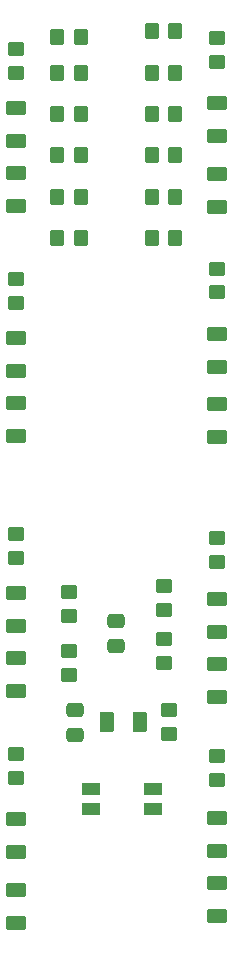
<source format=gbr>
%TF.GenerationSoftware,KiCad,Pcbnew,9.0.1*%
%TF.CreationDate,2025-07-11T18:37:37+05:30*%
%TF.ProjectId,relaymodule,72656c61-796d-46f6-9475-6c652e6b6963,rev?*%
%TF.SameCoordinates,Original*%
%TF.FileFunction,Paste,Top*%
%TF.FilePolarity,Positive*%
%FSLAX46Y46*%
G04 Gerber Fmt 4.6, Leading zero omitted, Abs format (unit mm)*
G04 Created by KiCad (PCBNEW 9.0.1) date 2025-07-11 18:37:37*
%MOMM*%
%LPD*%
G01*
G04 APERTURE LIST*
G04 Aperture macros list*
%AMRoundRect*
0 Rectangle with rounded corners*
0 $1 Rounding radius*
0 $2 $3 $4 $5 $6 $7 $8 $9 X,Y pos of 4 corners*
0 Add a 4 corners polygon primitive as box body*
4,1,4,$2,$3,$4,$5,$6,$7,$8,$9,$2,$3,0*
0 Add four circle primitives for the rounded corners*
1,1,$1+$1,$2,$3*
1,1,$1+$1,$4,$5*
1,1,$1+$1,$6,$7*
1,1,$1+$1,$8,$9*
0 Add four rect primitives between the rounded corners*
20,1,$1+$1,$2,$3,$4,$5,0*
20,1,$1+$1,$4,$5,$6,$7,0*
20,1,$1+$1,$6,$7,$8,$9,0*
20,1,$1+$1,$8,$9,$2,$3,0*%
G04 Aperture macros list end*
%ADD10RoundRect,0.250000X-0.625000X0.375000X-0.625000X-0.375000X0.625000X-0.375000X0.625000X0.375000X0*%
%ADD11RoundRect,0.250000X-0.350000X-0.450000X0.350000X-0.450000X0.350000X0.450000X-0.350000X0.450000X0*%
%ADD12RoundRect,0.250000X0.450000X-0.350000X0.450000X0.350000X-0.450000X0.350000X-0.450000X-0.350000X0*%
%ADD13RoundRect,0.250000X-0.450000X0.350000X-0.450000X-0.350000X0.450000X-0.350000X0.450000X0.350000X0*%
%ADD14RoundRect,0.250000X0.475000X-0.337500X0.475000X0.337500X-0.475000X0.337500X-0.475000X-0.337500X0*%
%ADD15RoundRect,0.250000X-0.375000X-0.625000X0.375000X-0.625000X0.375000X0.625000X-0.375000X0.625000X0*%
%ADD16R,1.550000X1.000000*%
G04 APERTURE END LIST*
D10*
%TO.C,D1*%
X140685000Y-67880000D03*
X140685000Y-70680000D03*
%TD*%
D11*
%TO.C,R24*%
X152185000Y-75380000D03*
X154185000Y-75380000D03*
%TD*%
D10*
%TO.C,D5*%
X140685000Y-108980000D03*
X140685000Y-111780000D03*
%TD*%
%TO.C,D6*%
X140685000Y-114480000D03*
X140685000Y-117280000D03*
%TD*%
%TO.C,D11*%
X157685000Y-86980000D03*
X157685000Y-89780000D03*
%TD*%
D12*
%TO.C,R12*%
X153185000Y-114880000D03*
X153185000Y-112880000D03*
%TD*%
D10*
%TO.C,D3*%
X140685000Y-87380000D03*
X140685000Y-90180000D03*
%TD*%
D11*
%TO.C,R16*%
X144185000Y-68380000D03*
X146185000Y-68380000D03*
%TD*%
D10*
%TO.C,D7*%
X140685000Y-128080000D03*
X140685000Y-130880000D03*
%TD*%
D11*
%TO.C,R14*%
X144185000Y-61880000D03*
X146185000Y-61880000D03*
%TD*%
D13*
%TO.C,R2*%
X140685000Y-82380000D03*
X140685000Y-84380000D03*
%TD*%
D14*
%TO.C,C2*%
X149147500Y-113417500D03*
X149147500Y-111342500D03*
%TD*%
D11*
%TO.C,R19*%
X144185000Y-78880000D03*
X146185000Y-78880000D03*
%TD*%
D13*
%TO.C,R8*%
X157685000Y-122780000D03*
X157685000Y-124780000D03*
%TD*%
D10*
%TO.C,D14*%
X157685000Y-114980000D03*
X157685000Y-117780000D03*
%TD*%
%TO.C,D9*%
X157685000Y-67480000D03*
X157685000Y-70280000D03*
%TD*%
D11*
%TO.C,R20*%
X152185000Y-61380000D03*
X154185000Y-61380000D03*
%TD*%
%TO.C,R23*%
X152185000Y-71880000D03*
X154185000Y-71880000D03*
%TD*%
D15*
%TO.C,D17*%
X148385000Y-119880000D03*
X151185000Y-119880000D03*
%TD*%
D12*
%TO.C,R11*%
X145185000Y-110880000D03*
X145185000Y-108880000D03*
%TD*%
D11*
%TO.C,R17*%
X144185000Y-71880000D03*
X146185000Y-71880000D03*
%TD*%
D14*
%TO.C,C1*%
X145685000Y-120955000D03*
X145685000Y-118880000D03*
%TD*%
D11*
%TO.C,R15*%
X144185000Y-64880000D03*
X146185000Y-64880000D03*
%TD*%
D13*
%TO.C,R7*%
X157685000Y-104280000D03*
X157685000Y-106280000D03*
%TD*%
D10*
%TO.C,D13*%
X157685000Y-109480000D03*
X157685000Y-112280000D03*
%TD*%
%TO.C,D4*%
X140685000Y-92880000D03*
X140685000Y-95680000D03*
%TD*%
D12*
%TO.C,R13*%
X145185000Y-115880000D03*
X145185000Y-113880000D03*
%TD*%
D13*
%TO.C,R5*%
X157685000Y-61980000D03*
X157685000Y-63980000D03*
%TD*%
D10*
%TO.C,D2*%
X140685000Y-73380000D03*
X140685000Y-76180000D03*
%TD*%
%TO.C,D10*%
X157685000Y-73480000D03*
X157685000Y-76280000D03*
%TD*%
%TO.C,D12*%
X157685000Y-92980000D03*
X157685000Y-95780000D03*
%TD*%
D11*
%TO.C,R22*%
X152185000Y-68380000D03*
X154185000Y-68380000D03*
%TD*%
D13*
%TO.C,R3*%
X140685000Y-103980000D03*
X140685000Y-105980000D03*
%TD*%
D11*
%TO.C,R21*%
X152185000Y-64880000D03*
X154185000Y-64880000D03*
%TD*%
D12*
%TO.C,R10*%
X153185000Y-110380000D03*
X153185000Y-108380000D03*
%TD*%
D11*
%TO.C,R18*%
X144185000Y-75380000D03*
X146185000Y-75380000D03*
%TD*%
D13*
%TO.C,R1*%
X140685000Y-62880000D03*
X140685000Y-64880000D03*
%TD*%
D10*
%TO.C,D16*%
X157685000Y-133480000D03*
X157685000Y-136280000D03*
%TD*%
D12*
%TO.C,R9*%
X153685000Y-120880000D03*
X153685000Y-118880000D03*
%TD*%
D10*
%TO.C,D15*%
X157685000Y-127980000D03*
X157685000Y-130780000D03*
%TD*%
D11*
%TO.C,R25*%
X152185000Y-78880000D03*
X154185000Y-78880000D03*
%TD*%
D10*
%TO.C,D8*%
X140685000Y-134080000D03*
X140685000Y-136880000D03*
%TD*%
D16*
%TO.C,SW1*%
X147060000Y-125530000D03*
X152310000Y-125530000D03*
X147060000Y-127230000D03*
X152310000Y-127230000D03*
%TD*%
D13*
%TO.C,R6*%
X157685000Y-81480000D03*
X157685000Y-83480000D03*
%TD*%
%TO.C,R4*%
X140685000Y-122580000D03*
X140685000Y-124580000D03*
%TD*%
M02*

</source>
